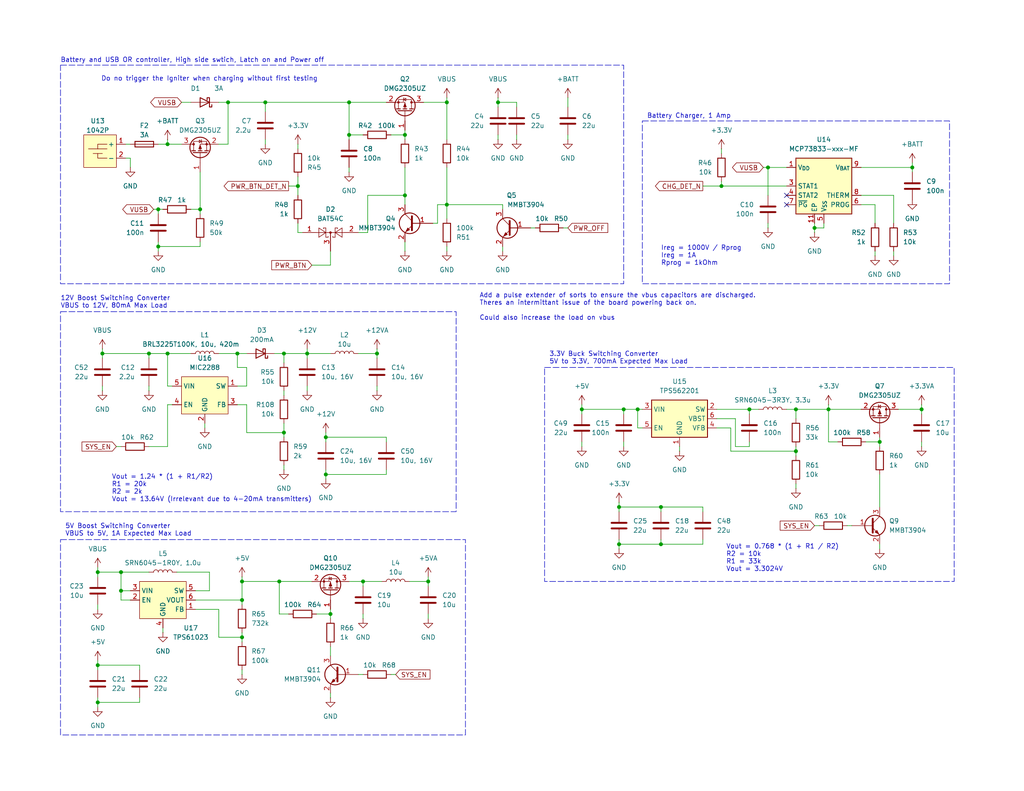
<source format=kicad_sch>
(kicad_sch (version 20231120) (generator "eeschema") (generator_version "8.0")
  (paper "A")
  (title_block (title "Unify") (date "2025-02-26") (rev "1") (company "Rocket Propulsion Group, UNL") (comment 1 "Jack Shaver"))
  (junction (at 66.04 158.75))
  (junction (at 204.47 111.76))
  (junction (at 43.18 57.15))
  (junction (at 240.03 120.65))
  (junction (at 110.49 36.83))
  (junction (at 217.17 123.19))
  (junction (at 226.06 111.76))
  (junction (at 76.2 158.75))
  (junction (at 81.28 50.8))
  (junction (at 248.92 45.72))
  (junction (at 66.04 173.99))
  (junction (at 121.92 27.94))
  (junction (at 33.02 161.29))
  (junction (at 95.25 27.94))
  (junction (at 26.67 191.77))
  (junction (at 170.18 111.76))
  (junction (at 72.39 27.94))
  (junction (at 90.17 167.64))
  (junction (at 83.82 96.52))
  (junction (at 43.18 67.31))
  (junction (at 45.72 96.52))
  (junction (at 180.34 138.43))
  (junction (at 88.9 129.54))
  (junction (at 45.72 39.37))
  (junction (at 33.02 156.21))
  (junction (at 64.77 96.52))
  (junction (at 196.85 50.8))
  (junction (at 209.55 45.72))
  (junction (at 135.89 27.94))
  (junction (at 102.87 96.52))
  (junction (at 88.9 119.38))
  (junction (at 173.99 111.76))
  (junction (at 40.64 96.52))
  (junction (at 66.04 163.83))
  (junction (at 99.06 158.75))
  (junction (at 158.75 111.76))
  (junction (at 116.84 158.75))
  (junction (at 27.94 96.52))
  (junction (at 251.46 111.76))
  (junction (at 110.49 53.34))
  (junction (at 121.92 55.88))
  (junction (at 77.47 96.52))
  (junction (at 54.61 57.15))
  (junction (at 95.25 36.83))
  (junction (at 222.25 62.23))
  (junction (at 168.91 138.43))
  (junction (at 26.67 156.21))
  (junction (at 26.67 181.61))
  (junction (at 62.23 27.94))
  (junction (at 77.47 118.11))
  (junction (at 168.91 148.59))
  (junction (at 180.34 148.59))
  (junction (at 217.17 111.76))
  (no_connect (at 214.63 53.34))
  (no_connect (at 214.63 55.88))
  (wire (pts (xy 67.31 118.11) (xy 67.31 110.49)))
  (wire (pts (xy 110.49 36.83) (xy 110.49 38.1)))
  (wire (pts (xy 144.78 62.23) (xy 146.05 62.23)))
  (wire (pts (xy 77.47 107.95) (xy 77.47 106.68)))
  (wire (pts (xy 137.16 55.88) (xy 121.92 55.88)))
  (wire (pts (xy 195.58 116.84) (xy 199.39 116.84)))
  (wire (pts (xy 121.92 67.31) (xy 121.92 68.58)))
  (wire (pts (xy 196.85 40.64) (xy 196.85 41.91)))
  (wire (pts (xy 236.22 120.65) (xy 240.03 120.65)))
  (wire (pts (xy 116.84 158.75) (xy 116.84 157.48)))
  (wire (pts (xy 43.18 57.15) (xy 43.18 58.42)))
  (wire (pts (xy 226.06 110.49) (xy 226.06 111.76)))
  (wire (pts (xy 116.84 158.75) (xy 116.84 160.02)))
  (wire (pts (xy 95.25 46.99) (xy 95.25 45.72)))
  (wire (pts (xy 226.06 111.76) (xy 234.95 111.76)))
  (wire (pts (xy 100.33 63.5) (xy 97.79 63.5)))
  (wire (pts (xy 106.68 36.83) (xy 110.49 36.83)))
  (wire (pts (xy 26.67 191.77) (xy 38.1 191.77)))
  (wire (pts (xy 67.31 105.41) (xy 67.31 100.33)))
  (wire (pts (xy 66.04 173.99) (xy 66.04 175.26)))
  (wire (pts (xy 238.76 55.88) (xy 234.95 55.88)))
  (wire (pts (xy 66.04 158.75) (xy 76.2 158.75)))
  (wire (pts (xy 137.16 67.31) (xy 137.16 68.58)))
  (wire (pts (xy 209.55 45.72) (xy 214.63 45.72)))
  (wire (pts (xy 240.03 149.86) (xy 240.03 148.59)))
  (wire (pts (xy 52.07 57.15) (xy 54.61 57.15)))
  (wire (pts (xy 158.75 111.76) (xy 158.75 113.03)))
  (wire (pts (xy 95.25 36.83) (xy 95.25 38.1)))
  (wire (pts (xy 99.06 167.64) (xy 99.06 168.91)))
  (wire (pts (xy 72.39 27.94) (xy 95.25 27.94)))
  (wire (pts (xy 195.58 114.3) (xy 200.66 114.3)))
  (wire (pts (xy 119.38 60.96) (xy 118.11 60.96)))
  (wire (pts (xy 83.82 96.52) (xy 83.82 97.79)))
  (wire (pts (xy 33.02 121.92) (xy 31.75 121.92)))
  (wire (pts (xy 67.31 110.49) (xy 64.77 110.49)))
  (wire (pts (xy 248.92 44.45) (xy 248.92 45.72)))
  (wire (pts (xy 66.04 184.15) (xy 66.04 182.88)))
  (wire (pts (xy 243.84 60.96) (xy 243.84 53.34)))
  (wire (pts (xy 83.82 95.25) (xy 83.82 96.52)))
  (wire (pts (xy 154.94 36.83) (xy 154.94 38.1)))
  (wire (pts (xy 173.99 111.76) (xy 173.99 116.84)))
  (wire (pts (xy 191.77 138.43) (xy 180.34 138.43)))
  (wire (pts (xy 76.2 158.75) (xy 85.09 158.75)))
  (wire (pts (xy 99.06 184.15) (xy 97.79 184.15)))
  (wire (pts (xy 77.47 96.52) (xy 77.47 99.06)))
  (wire (pts (xy 78.74 167.64) (xy 76.2 167.64)))
  (wire (pts (xy 99.06 158.75) (xy 104.14 158.75)))
  (wire (pts (xy 54.61 46.99) (xy 54.61 57.15)))
  (wire (pts (xy 78.74 50.8) (xy 81.28 50.8)))
  (wire (pts (xy 27.94 96.52) (xy 27.94 97.79)))
  (wire (pts (xy 121.92 27.94) (xy 121.92 38.1)))
  (wire (pts (xy 45.72 105.41) (xy 46.99 105.41)))
  (wire (pts (xy 238.76 60.96) (xy 238.76 55.88)))
  (wire (pts (xy 38.1 182.88) (xy 38.1 181.61)))
  (wire (pts (xy 77.47 127) (xy 77.47 128.27)))
  (wire (pts (xy 26.67 154.94) (xy 26.67 156.21)))
  (wire (pts (xy 223.52 143.51) (xy 222.25 143.51)))
  (wire (pts (xy 49.53 27.94) (xy 52.07 27.94)))
  (wire (pts (xy 105.41 120.65) (xy 105.41 119.38)))
  (wire (pts (xy 59.69 173.99) (xy 66.04 173.99)))
  (wire (pts (xy 45.72 39.37) (xy 49.53 39.37)))
  (wire (pts (xy 48.26 156.21) (xy 57.15 156.21)))
  (wire (pts (xy 102.87 97.79) (xy 102.87 96.52)))
  (wire (pts (xy 158.75 121.92) (xy 158.75 120.65)))
  (wire (pts (xy 27.94 96.52) (xy 40.64 96.52)))
  (wire (pts (xy 173.99 111.76) (xy 175.26 111.76)))
  (wire (pts (xy 66.04 163.83) (xy 66.04 165.1)))
  (wire (pts (xy 66.04 163.83) (xy 66.04 158.75)))
  (wire (pts (xy 27.94 95.25) (xy 27.94 96.52)))
  (wire (pts (xy 90.17 166.37) (xy 90.17 167.64)))
  (wire (pts (xy 35.56 163.83) (xy 33.02 163.83)))
  (wire (pts (xy 240.03 119.38) (xy 240.03 120.65)))
  (wire (pts (xy 33.02 161.29) (xy 35.56 161.29)))
  (wire (pts (xy 100.33 63.5) (xy 100.33 53.34)))
  (wire (pts (xy 204.47 111.76) (xy 195.58 111.76)))
  (wire (pts (xy 251.46 121.92) (xy 251.46 120.65)))
  (wire (pts (xy 62.23 39.37) (xy 59.69 39.37)))
  (wire (pts (xy 105.41 119.38) (xy 88.9 119.38)))
  (wire (pts (xy 207.01 111.76) (xy 204.47 111.76)))
  (wire (pts (xy 45.72 96.52) (xy 52.07 96.52)))
  (wire (pts (xy 158.75 110.49) (xy 158.75 111.76)))
  (wire (pts (xy 110.49 45.72) (xy 110.49 53.34)))
  (wire (pts (xy 66.04 157.48) (xy 66.04 158.75)))
  (wire (pts (xy 54.61 67.31) (xy 43.18 67.31)))
  (wire (pts (xy 99.06 158.75) (xy 99.06 160.02)))
  (wire (pts (xy 45.72 38.1) (xy 45.72 39.37)))
  (wire (pts (xy 158.75 111.76) (xy 170.18 111.76)))
  (wire (pts (xy 217.17 133.35) (xy 217.17 132.08)))
  (wire (pts (xy 140.97 36.83) (xy 140.97 38.1)))
  (wire (pts (xy 204.47 111.76) (xy 204.47 113.03)))
  (wire (pts (xy 105.41 128.27) (xy 105.41 129.54)))
  (wire (pts (xy 170.18 111.76) (xy 170.18 113.03)))
  (wire (pts (xy 81.28 63.5) (xy 81.28 60.96)))
  (wire (pts (xy 81.28 63.5) (xy 82.55 63.5)))
  (wire (pts (xy 53.34 163.83) (xy 66.04 163.83)))
  (wire (pts (xy 45.72 121.92) (xy 45.72 110.49)))
  (wire (pts (xy 66.04 172.72) (xy 66.04 173.99)))
  (wire (pts (xy 180.34 148.59) (xy 180.34 147.32)))
  (wire (pts (xy 40.64 96.52) (xy 40.64 97.79)))
  (wire (pts (xy 185.42 123.19) (xy 185.42 121.92)))
  (wire (pts (xy 199.39 116.84) (xy 199.39 123.19)))
  (wire (pts (xy 110.49 35.56) (xy 110.49 36.83)))
  (wire (pts (xy 33.02 156.21) (xy 33.02 161.29)))
  (wire (pts (xy 180.34 138.43) (xy 180.34 139.7)))
  (wire (pts (xy 43.18 67.31) (xy 43.18 68.58)))
  (wire (pts (xy 135.89 27.94) (xy 140.97 27.94)))
  (wire (pts (xy 81.28 50.8) (xy 81.28 53.34)))
  (wire (pts (xy 86.36 167.64) (xy 90.17 167.64)))
  (wire (pts (xy 83.82 96.52) (xy 90.17 96.52)))
  (wire (pts (xy 90.17 190.5) (xy 90.17 189.23)))
  (wire (pts (xy 43.18 57.15) (xy 44.45 57.15)))
  (wire (pts (xy 26.67 191.77) (xy 26.67 193.04)))
  (wire (pts (xy 88.9 119.38) (xy 88.9 120.65)))
  (wire (pts (xy 170.18 121.92) (xy 170.18 120.65)))
  (wire (pts (xy 217.17 124.46) (xy 217.17 123.19)))
  (wire (pts (xy 168.91 138.43) (xy 180.34 138.43)))
  (wire (pts (xy 137.16 57.15) (xy 137.16 55.88)))
  (wire (pts (xy 38.1 190.5) (xy 38.1 191.77)))
  (wire (pts (xy 33.02 156.21) (xy 40.64 156.21)))
  (wire (pts (xy 67.31 118.11) (xy 77.47 118.11)))
  (wire (pts (xy 208.28 45.72) (xy 209.55 45.72)))
  (wire (pts (xy 40.64 96.52) (xy 45.72 96.52)))
  (wire (pts (xy 168.91 148.59) (xy 168.91 147.32)))
  (wire (pts (xy 53.34 166.37) (xy 59.69 166.37)))
  (wire (pts (xy 95.25 36.83) (xy 99.06 36.83)))
  (wire (pts (xy 251.46 111.76) (xy 251.46 110.49)))
  (wire (pts (xy 248.92 45.72) (xy 248.92 46.99)))
  (wire (pts (xy 140.97 27.94) (xy 140.97 29.21)))
  (wire (pts (xy 77.47 96.52) (xy 83.82 96.52)))
  (wire (pts (xy 85.09 72.39) (xy 90.17 72.39)))
  (wire (pts (xy 240.03 129.54) (xy 240.03 138.43)))
  (wire (pts (xy 119.38 55.88) (xy 119.38 60.96)))
  (wire (pts (xy 119.38 55.88) (xy 121.92 55.88)))
  (wire (pts (xy 62.23 27.94) (xy 72.39 27.94)))
  (wire (pts (xy 76.2 167.64) (xy 76.2 158.75)))
  (wire (pts (xy 88.9 118.11) (xy 88.9 119.38)))
  (wire (pts (xy 62.23 27.94) (xy 62.23 39.37)))
  (wire (pts (xy 45.72 96.52) (xy 45.72 105.41)))
  (wire (pts (xy 196.85 50.8) (xy 214.63 50.8)))
  (wire (pts (xy 240.03 120.65) (xy 240.03 121.92)))
  (wire (pts (xy 168.91 148.59) (xy 180.34 148.59)))
  (wire (pts (xy 196.85 49.53) (xy 196.85 50.8)))
  (wire (pts (xy 217.17 111.76) (xy 217.17 114.3)))
  (wire (pts (xy 90.17 72.39) (xy 90.17 68.58)))
  (wire (pts (xy 154.94 26.67) (xy 154.94 29.21)))
  (wire (pts (xy 64.77 105.41) (xy 67.31 105.41)))
  (wire (pts (xy 64.77 96.52) (xy 67.31 96.52)))
  (wire (pts (xy 95.25 27.94) (xy 95.25 36.83)))
  (wire (pts (xy 168.91 138.43) (xy 168.91 139.7)))
  (wire (pts (xy 67.31 100.33) (xy 64.77 100.33)))
  (wire (pts (xy 111.76 158.75) (xy 116.84 158.75)))
  (wire (pts (xy 35.56 43.18) (xy 35.56 45.72)))
  (wire (pts (xy 40.64 105.41) (xy 40.64 106.68)))
  (wire (pts (xy 95.25 158.75) (xy 99.06 158.75)))
  (wire (pts (xy 121.92 45.72) (xy 121.92 55.88)))
  (wire (pts (xy 209.55 45.72) (xy 209.55 53.34)))
  (wire (pts (xy 110.49 68.58) (xy 110.49 66.04)))
  (wire (pts (xy 224.79 60.96) (xy 224.79 62.23)))
  (wire (pts (xy 64.77 100.33) (xy 64.77 96.52)))
  (wire (pts (xy 95.25 27.94) (xy 105.41 27.94)))
  (wire (pts (xy 54.61 57.15) (xy 54.61 58.42)))
  (wire (pts (xy 121.92 59.69) (xy 121.92 55.88)))
  (wire (pts (xy 43.18 66.04) (xy 43.18 67.31)))
  (wire (pts (xy 116.84 167.64) (xy 116.84 168.91)))
  (wire (pts (xy 175.26 116.84) (xy 173.99 116.84)))
  (wire (pts (xy 26.67 181.61) (xy 26.67 182.88)))
  (wire (pts (xy 168.91 137.16) (xy 168.91 138.43)))
  (wire (pts (xy 53.34 161.29) (xy 57.15 161.29)))
  (wire (pts (xy 40.64 121.92) (xy 45.72 121.92)))
  (wire (pts (xy 243.84 69.85) (xy 243.84 68.58)))
  (wire (pts (xy 72.39 39.37) (xy 72.39 38.1)))
  (wire (pts (xy 46.99 110.49) (xy 45.72 110.49)))
  (wire (pts (xy 135.89 36.83) (xy 135.89 38.1)))
  (wire (pts (xy 135.89 27.94) (xy 135.89 29.21)))
  (wire (pts (xy 34.29 39.37) (xy 35.56 39.37)))
  (wire (pts (xy 43.18 39.37) (xy 45.72 39.37)))
  (wire (pts (xy 222.25 60.96) (xy 222.25 62.23)))
  (wire (pts (xy 251.46 111.76) (xy 251.46 113.03)))
  (wire (pts (xy 44.45 172.72) (xy 44.45 171.45)))
  (wire (pts (xy 77.47 96.52) (xy 74.93 96.52)))
  (wire (pts (xy 27.94 106.68) (xy 27.94 105.41)))
  (wire (pts (xy 200.66 114.3) (xy 200.66 121.92)))
  (wire (pts (xy 90.17 176.53) (xy 90.17 179.07)))
  (wire (pts (xy 33.02 163.83) (xy 33.02 161.29)))
  (wire (pts (xy 59.69 166.37) (xy 59.69 173.99)))
  (wire (pts (xy 222.25 62.23) (xy 222.25 63.5)))
  (wire (pts (xy 106.68 184.15) (xy 107.95 184.15)))
  (wire (pts (xy 243.84 53.34) (xy 234.95 53.34)))
  (wire (pts (xy 83.82 105.41) (xy 83.82 106.68)))
  (wire (pts (xy 77.47 118.11) (xy 77.47 119.38)))
  (wire (pts (xy 226.06 111.76) (xy 226.06 120.65)))
  (wire (pts (xy 100.33 53.34) (xy 110.49 53.34)))
  (wire (pts (xy 64.77 96.52) (xy 59.69 96.52)))
  (wire (pts (xy 191.77 148.59) (xy 191.77 147.32)))
  (wire (pts (xy 180.34 148.59) (xy 191.77 148.59)))
  (wire (pts (xy 34.29 43.18) (xy 35.56 43.18)))
  (wire (pts (xy 105.41 129.54) (xy 88.9 129.54)))
  (wire (pts (xy 41.91 57.15) (xy 43.18 57.15)))
  (wire (pts (xy 200.66 121.92) (xy 204.47 121.92)))
  (wire (pts (xy 238.76 69.85) (xy 238.76 68.58)))
  (wire (pts (xy 153.67 62.23) (xy 154.94 62.23)))
  (wire (pts (xy 90.17 167.64) (xy 90.17 168.91)))
  (wire (pts (xy 26.67 181.61) (xy 38.1 181.61)))
  (wire (pts (xy 54.61 66.04) (xy 54.61 67.31)))
  (wire (pts (xy 55.88 115.57) (xy 55.88 116.84)))
  (wire (pts (xy 204.47 120.65) (xy 204.47 121.92)))
  (wire (pts (xy 228.6 120.65) (xy 226.06 120.65)))
  (wire (pts (xy 199.39 123.19) (xy 217.17 123.19)))
  (wire (pts (xy 135.89 26.67) (xy 135.89 27.94)))
  (wire (pts (xy 209.55 62.23) (xy 209.55 60.96)))
  (wire (pts (xy 72.39 27.94) (xy 72.39 30.48)))
  (wire (pts (xy 102.87 95.25) (xy 102.87 96.52)))
  (wire (pts (xy 26.67 190.5) (xy 26.67 191.77)))
  (wire (pts (xy 110.49 53.34) (xy 110.49 55.88)))
  (wire (pts (xy 168.91 149.86) (xy 168.91 148.59)))
  (wire (pts (xy 81.28 39.37) (xy 81.28 40.64)))
  (wire (pts (xy 234.95 45.72) (xy 248.92 45.72)))
  (wire (pts (xy 121.92 26.67) (xy 121.92 27.94)))
  (wire (pts (xy 217.17 123.19) (xy 217.17 121.92)))
  (wire (pts (xy 59.69 27.94) (xy 62.23 27.94)))
  (wire (pts (xy 81.28 48.26) (xy 81.28 50.8)))
  (wire (pts (xy 88.9 130.81) (xy 88.9 129.54)))
  (wire (pts (xy 102.87 106.68) (xy 102.87 105.41)))
  (wire (pts (xy 217.17 111.76) (xy 226.06 111.76)))
  (wire (pts (xy 26.67 156.21) (xy 26.67 157.48)))
  (wire (pts (xy 245.11 111.76) (xy 251.46 111.76)))
  (wire (pts (xy 115.57 27.94) (xy 121.92 27.94)))
  (wire (pts (xy 232.41 143.51) (xy 231.14 143.51)))
  (wire (pts (xy 214.63 111.76) (xy 217.17 111.76)))
  (wire (pts (xy 26.67 156.21) (xy 33.02 156.21)))
  (wire (pts (xy 26.67 165.1) (xy 26.67 166.37)))
  (wire (pts (xy 26.67 180.34) (xy 26.67 181.61)))
  (wire (pts (xy 170.18 111.76) (xy 173.99 111.76)))
  (wire (pts (xy 77.47 118.11) (xy 77.47 115.57)))
  (wire (pts (xy 224.79 62.23) (xy 222.25 62.23)))
  (wire (pts (xy 88.9 129.54) (xy 88.9 128.27)))
  (wire (pts (xy 57.15 156.21) (xy 57.15 161.29)))
  (wire (pts (xy 97.79 96.52) (xy 102.87 96.52)))
  (wire (pts (xy 191.77 139.7) (xy 191.77 138.43)))
  (wire (pts (xy 191.77 50.8) (xy 196.85 50.8)))
  (rectangle (start 175.26 33.02) (end 259.08 77.47) (stroke (width 0) (type dash)))
  (rectangle (start 16.51 17.78) (end 170.18 77.47) (stroke (width 0) (type dash)))
  (rectangle (start 148.59 100.33) (end 260.35 158.75) (stroke (width 0) (type dash)))
  (rectangle (start 16.51 85.09) (end 124.46 139.7) (stroke (width 0) (type dash)))
  (rectangle (start 16.51 147.32) (end 127 200.66) (stroke (width 0) (type dash)))
  (text "Add a pulse extender of sorts to ensure the vbus capacitors are discharged.\nTheres an intermittant issue of the board powering back on.\n\nCould also increase the load on vbus" (at 130.81 83.82 0) (effects (font (size 1.27 1.27)) (justify left)))
  (text "5V Boost Switching Converter\nVBUS to 5V, 1A Expected Max Load" (at 17.78 144.78 0) (effects (font (size 1.27 1.27)) (justify left)))
  (text "Vout = 1.24 * (1 + R1/R2)\nR1 = 20k\nR2 = 2k\nVout = 13.64V (Irrelevant due to 4-20mA transmitters)" (at 30.48 133.35 0) (effects (font (size 1.27 1.27)) (justify left)))
  (text "3.3V Buck Switching Converter\n5V to 3.3V, 700mA Expected Max Load\n" (at 149.86 97.79 0) (effects (font (size 1.27 1.27)) (justify left)))
  (text "Battery and USB OR controller, High side swtich, Latch on and Power off" (at 16.51 16.51 0) (effects (font (size 1.27 1.27)) (justify left)))
  (text "Battery Charger, 1 Amp" (at 176.53 31.75 0) (effects (font (size 1.27 1.27)) (justify left)))
  (text "Ireg = 1000V / Rprog\nIreg = 1A\nRprog = 1kOhm" (at 180.34 69.85 0) (effects (font (size 1.27 1.27)) (justify left)))
  (text "Do no trigger the Igniter when charging without first testing" (at 57.15 21.59 0) (effects (font (size 1.27 1.27))))
  (text "Vout = 0.768 * (1 + R1 / R2)\nR2 = 10k\nR1 = 33k\nVout = 3.3024V" (at 198.12 152.4 0) (effects (font (size 1.27 1.27)) (justify left)))
  (text "12V Boost Switching Converter\nVBUS to 12V, 80mA Max Load" (at 16.51 82.55 0) (effects (font (size 1.27 1.27)) (justify left)))
  (global_label "VUSB" (shape bidirectional) (at 49.53 27.94 180) (property "Intersheetrefs" "${INTERSHEET_REFS}" (effects (hide yes))))
  (global_label "CHG_DET_N" (shape output) (at 191.77 50.8 180) (property "Intersheetrefs" "${INTERSHEET_REFS}" (effects (hide yes))))
  (global_label "VUSB" (shape bidirectional) (at 41.91 57.15 180) (property "Intersheetrefs" "${INTERSHEET_REFS}" (effects (hide yes))))
  (global_label "SYS_EN" (shape input) (at 222.25 143.51 180) (property "Intersheetrefs" "${INTERSHEET_REFS}" (effects (hide yes))))
  (global_label "PWR_BTN" (shape input) (at 85.09 72.39 180) (property "Intersheetrefs" "${INTERSHEET_REFS}" (effects (hide yes))))
  (global_label "VUSB" (shape bidirectional) (at 208.28 45.72 180) (property "Intersheetrefs" "${INTERSHEET_REFS}" (effects (hide yes))))
  (global_label "SYS_EN" (shape input) (at 31.75 121.92 180) (property "Intersheetrefs" "${INTERSHEET_REFS}" (effects (hide yes))))
  (global_label "PWR_BTN_DET_N" (shape output) (at 78.74 50.8 180) (property "Intersheetrefs" "${INTERSHEET_REFS}" (effects (hide yes))))
  (global_label "PWR_OFF" (shape input) (at 154.94 62.23 0) (property "Intersheetrefs" "${INTERSHEET_REFS}" (effects (hide yes))))
  (global_label "SYS_EN" (shape input) (at 107.95 184.15 0) (property "Intersheetrefs" "${INTERSHEET_REFS}" (effects (hide yes))))
  (symbol (lib_id "Unify:MIC2288") (at 55.88 99.06 0) (unit 1)
    (property "Reference" "U16" (at 55.88 97.79 0))
    (property "Value" "MIC2288" (at 55.88 100.33 0))
    (property "Footprint" "Package_TO_SOT_SMD:TSOT-23-5" (effects (hide yes)))
    (property "Description" "Boost Converter 1.2A" (effects (hide yes)))
  )
  (symbol (lib_id "Device:C") (at 158.75 116.84 0) (mirror y) (unit 1)
    (property "Reference" "C49" (at 154.94 115.5699 0) (effects (justify left)))
    (property "Value" "22u" (at 154.94 118.1099 0) (effects (justify left)))
    (property "Footprint" "Capacitor_SMD:C_0603_1608Metric" (effects (hide yes)))
    (property "Description" "Unpolarized capacitor" (effects (hide yes)))
  )
  (symbol (lib_id "power:GND") (at 88.9 130.81 0) (unit 1)
    (property "Reference" "#PWR091" (effects (hide yes)))
    (property "Value" "GND" (at 88.9 135.89 0))
    (property "Description" "Power symbol creates a global label with name \"GND\" , ground" (effects (hide yes)))
  )
  (symbol (lib_id "power:GND") (at 116.84 168.91 0) (unit 1)
    (property "Reference" "#PWR086" (effects (hide yes)))
    (property "Value" "GND" (at 116.84 173.99 0))
    (property "Description" "Power symbol creates a global label with name \"GND\" , ground" (effects (hide yes)))
  )
  (symbol (lib_id "power:+5V") (at 66.04 157.48 0) (unit 1)
    (property "Reference" "#PWR0188" (effects (hide yes)))
    (property "Value" "+5V" (at 66.04 152.4 0))
    (property "Description" "Power symbol creates a global label with name \"+5V\"" (effects (hide yes)))
  )
  (symbol (lib_id "power:GND") (at 90.17 190.5 0) (unit 1)
    (property "Reference" "#PWR093" (effects (hide yes)))
    (property "Value" "GND" (at 90.17 195.58 0))
    (property "Description" "Power symbol creates a global label with name \"GND\" , ground" (effects (hide yes)))
  )
  (symbol (lib_id "Device:L") (at 93.98 96.52 90) (unit 1)
    (property "Reference" "L2" (at 93.98 91.44 90))
    (property "Value" "10u" (at 93.98 93.98 90))
    (property "Footprint" "Inductor_SMD:L_0805_2012Metric" (effects (hide yes)))
    (property "Description" "Inductor" (effects (hide yes)))
  )
  (symbol (lib_id "Device:R") (at 243.84 64.77 0) (unit 1)
    (property "Reference" "R53" (at 246.38 63.4999 0) (effects (justify left)))
    (property "Value" "10k" (at 246.38 66.0399 0) (effects (justify left)))
    (property "Footprint" "Resistor_SMD:R_0603_1608Metric" (effects (hide yes)))
    (property "Description" "Resistor" (effects (hide yes)))
  )
  (symbol (lib_id "Device:R") (at 238.76 64.77 0) (mirror y) (unit 1)
    (property "Reference" "R52" (at 236.22 63.4999 0) (effects (justify left)))
    (property "Value" "1k" (at 236.22 66.0399 0) (effects (justify left)))
    (property "Footprint" "Resistor_SMD:R_0603_1608Metric" (effects (hide yes)))
    (property "Description" "Resistor" (effects (hide yes)))
  )
  (symbol (lib_id "Device:R") (at 217.17 118.11 0) (unit 1)
    (property "Reference" "R56" (at 219.71 116.8399 0) (effects (justify left)))
    (property "Value" "33k" (at 219.71 119.3799 0) (effects (justify left)))
    (property "Footprint" "Resistor_SMD:R_0603_1608Metric" (effects (hide yes)))
    (property "Description" "Resistor" (effects (hide yes)))
  )
  (symbol (lib_id "Device:R") (at 121.92 63.5 0) (mirror x) (unit 1)
    (property "Reference" "R51" (at 124.46 64.77 0) (effects (justify left)))
    (property "Value" "100k" (at 124.46 62.23 0) (effects (justify left)))
    (property "Footprint" "Resistor_SMD:R_0603_1608Metric" (effects (hide yes)))
    (property "Description" "Resistor" (effects (hide yes)))
  )
  (symbol (lib_id "Device:C") (at 95.25 41.91 0) (unit 1)
    (property "Reference" "C8" (at 99.06 40.6399 0) (effects (justify left)))
    (property "Value" "100n" (at 99.06 43.1799 0) (effects (justify left)))
    (property "Footprint" "Capacitor_SMD:C_0603_1608Metric" (effects (hide yes)))
    (property "Description" "Unpolarized capacitor" (effects (hide yes)))
  )
  (symbol (lib_id "power:GND") (at 99.06 168.91 0) (unit 1)
    (property "Reference" "#PWR085" (effects (hide yes)))
    (property "Value" "GND" (at 99.06 173.99 0))
    (property "Description" "Power symbol creates a global label with name \"GND\" , ground" (effects (hide yes)))
  )
  (symbol (lib_id "power:GND") (at 26.67 166.37 0) (unit 1)
    (property "Reference" "#PWR089" (effects (hide yes)))
    (property "Value" "GND" (at 26.67 171.45 0))
    (property "Description" "Power symbol creates a global label with name \"GND\" , ground" (effects (hide yes)))
  )
  (symbol (lib_id "Device:R") (at 36.83 121.92 270) (mirror x) (unit 1)
    (property "Reference" "R62" (at 38.1001 119.38 90) (effects (justify left)))
    (property "Value" "10k" (at 33.02 119.38 90) (effects (justify left)))
    (property "Footprint" "Resistor_SMD:R_0603_1608Metric" (effects (hide yes)))
    (property "Description" "Resistor" (effects (hide yes)))
  )
  (symbol (lib_id "Transistor_BJT:MMBT3904") (at 113.03 60.96 0) (mirror y) (unit 1)
    (property "Reference" "Q4" (at 107.95 59.6899 0) (effects (justify left)))
    (property "Value" "MMBT3904" (at 107.95 62.2299 0) (effects (justify left)))
    (property "Footprint" "Package_TO_SOT_SMD:SOT-23" (effects (hide yes)))
    (property "Datasheet" "https://www.onsemi.com/pdf/datasheet/pzt3904-d.pdf" (effects (hide yes)))
    (property "Description" "0.2A Ic, 40V Vce, Small Signal NPN Transistor, SOT-23" (effects (hide yes)))
  )
  (symbol (lib_id "Device:R") (at 232.41 120.65 270) (unit 1)
    (property "Reference" "R58" (at 233.68 118.11 90) (effects (justify left)))
    (property "Value" "100k" (at 227.33 118.11 90) (effects (justify left)))
    (property "Footprint" "Resistor_SMD:R_0603_1608Metric" (effects (hide yes)))
    (property "Description" "Resistor" (effects (hide yes)))
  )
  (symbol (lib_id "Device:R") (at 196.85 45.72 0) (mirror y) (unit 1)
    (property "Reference" "R46" (at 194.31 44.4499 0) (effects (justify left)))
    (property "Value" "10k" (at 194.31 46.9899 0) (effects (justify left)))
    (property "Footprint" "Resistor_SMD:R_0603_1608Metric" (effects (hide yes)))
    (property "Description" "Resistor" (effects (hide yes)))
  )
  (symbol (lib_id "Device:R") (at 90.17 172.72 0) (unit 1)
    (property "Reference" "R66" (at 92.71 171.4499 0) (effects (justify left)))
    (property "Value" "1k" (at 92.71 173.9899 0) (effects (justify left)))
    (property "Footprint" "Resistor_SMD:R_0603_1608Metric" (effects (hide yes)))
    (property "Description" "Resistor" (effects (hide yes)))
  )
  (symbol (lib_id "Device:C") (at 170.18 116.84 0) (mirror y) (unit 1)
    (property "Reference" "C15" (at 166.37 115.5699 0) (effects (justify left)))
    (property "Value" "100n" (at 166.37 118.1099 0) (effects (justify left)))
    (property "Footprint" "Capacitor_SMD:C_0603_1608Metric" (effects (hide yes)))
    (property "Description" "Unpolarized capacitor" (effects (hide yes)))
  )
  (symbol (lib_id "Transistor_FET:DMG2301L") (at 240.03 114.3 270) (mirror x) (unit 1)
    (property "Reference" "Q7" (at 240.03 105.41 90))
    (property "Value" "DMG2305UZ" (at 240.03 107.95 90))
    (property "Footprint" "Package_TO_SOT_SMD:SOT-23" (effects (hide yes)))
    (property "Description" "-4.2A Id, -20V Vds, P-Channel MOSFET, SOT-23" (effects (hide yes)))
  )
  (symbol (lib_id "Device:L") (at 210.82 111.76 90) (unit 1)
    (property "Reference" "L3" (at 210.82 106.68 90))
    (property "Value" "SRN6045-3R3Y, 3.3u" (at 210.82 109.22 90))
    (property "Footprint" "Unify:IND_BOURNS_SRN6045" (effects (hide yes)))
    (property "Description" "Inductor, SRN6045, Bourns" (effects (hide yes)))
  )
  (symbol (lib_id "power:+3.3V") (at 168.91 137.16 0) (unit 1)
    (property "Reference" "#PWR0194" (effects (hide yes)))
    (property "Value" "+3.3V" (at 168.91 132.08 0))
    (property "Description" "Power symbol creates a global label with name \"+3.3V\"" (effects (hide yes)))
  )
  (symbol (lib_id "power:+3.3V") (at 226.06 110.49 0) (unit 1)
    (property "Reference" "#PWR069" (effects (hide yes)))
    (property "Value" "+3.3V" (at 226.06 105.41 0))
    (property "Description" "Power symbol creates a global label with name \"+3.3V\"" (effects (hide yes)))
  )
  (symbol (lib_id "Device:R") (at 121.92 41.91 0) (unit 1)
    (property "Reference" "R44" (at 124.46 40.6399 0) (effects (justify left)))
    (property "Value" "10k" (at 124.46 43.1799 0) (effects (justify left)))
    (property "Footprint" "Resistor_SMD:R_0603_1608Metric" (effects (hide yes)))
    (property "Description" "Resistor" (effects (hide yes)))
  )
  (symbol (lib_id "power:GND") (at 217.17 133.35 0) (mirror y) (unit 1)
    (property "Reference" "#PWR080" (effects (hide yes)))
    (property "Value" "GND" (at 217.17 138.43 0))
    (property "Description" "Power symbol creates a global label with name \"GND\" , ground" (effects (hide yes)))
  )
  (symbol (lib_id "power:+3.3VA") (at 251.46 110.49 0) (unit 1)
    (property "Reference" "#PWR070" (effects (hide yes)))
    (property "Value" "+3.3VA" (at 251.46 105.41 0))
    (property "Description" "Power symbol creates a global label with name \"+3.3VA\"" (effects (hide yes)))
  )
  (symbol (lib_id "Battery_Management:MCP73833-xxx-MF") (at 224.79 50.8 0) (unit 1)
    (property "Reference" "U14" (at 224.79 38.1 0))
    (property "Value" "MCP73833-xxx-MF" (at 224.79 40.64 0))
    (property "Footprint" "Package_DFN_QFN:DFN-10-1EP_3x3mm_P0.5mm_EP1.58x2.35mm" (effects (hide yes)))
    (property "Datasheet" "https://ww1.microchip.com/downloads/aemDocuments/documents/OTH/ProductDocuments/DataSheets/22005b.pdf" (effects (hide yes)))
    (property "Description" "Stand-Alone Linear Li-Ion / Li-Polymer Charge Management Controller, DFN-10" (effects (hide yes)))
  )
  (symbol (lib_id "Device:R") (at 102.87 36.83 90) (mirror x) (unit 1)
    (property "Reference" "R42" (at 101.6 34.29 90) (effects (justify left)))
    (property "Value" "100k" (at 107.95 34.29 90) (effects (justify left)))
    (property "Footprint" "Resistor_SMD:R_0603_1608Metric" (effects (hide yes)))
    (property "Description" "Resistor" (effects (hide yes)))
  )
  (symbol (lib_id "Device:C") (at 154.94 33.02 0) (unit 1)
    (property "Reference" "C6" (at 158.75 31.7499 0) (effects (justify left)))
    (property "Value" "22u" (at 158.75 34.2899 0) (effects (justify left)))
    (property "Footprint" "Capacitor_SMD:C_0603_1608Metric" (effects (hide yes)))
    (property "Description" "Unpolarized capacitor" (effects (hide yes)))
  )
  (symbol (lib_id "Device:R") (at 66.04 168.91 0) (unit 1)
    (property "Reference" "R65" (at 68.58 167.6399 0) (effects (justify left)))
    (property "Value" "732k" (at 68.58 170.1799 0) (effects (justify left)))
    (property "Footprint" "Resistor_SMD:R_0603_1608Metric" (effects (hide yes)))
    (property "Description" "Resistor" (effects (hide yes)))
  )
  (symbol (lib_id "Device:C") (at 27.94 101.6 0) (mirror y) (unit 1)
    (property "Reference" "C52" (at 24.13 100.3299 0) (effects (justify left)))
    (property "Value" "22u" (at 24.13 102.8699 0) (effects (justify left)))
    (property "Footprint" "Capacitor_SMD:C_0603_1608Metric" (effects (hide yes)))
    (property "Description" "Unpolarized capacitor" (effects (hide yes)))
  )
  (symbol (lib_id "Transistor_FET:DMG2301L") (at 110.49 30.48 270) (mirror x) (unit 1)
    (property "Reference" "Q2" (at 110.49 21.59 90))
    (property "Value" "DMG2305UZ" (at 110.49 24.13 90))
    (property "Footprint" "Package_TO_SOT_SMD:SOT-23" (effects (hide yes)))
    (property "Description" "-4.2A Id, -20V Vds, P-Channel MOSFET, SOT-23" (effects (hide yes)))
  )
  (symbol (lib_id "Device:C") (at 72.39 34.29 0) (mirror y) (unit 1)
    (property "Reference" "C7" (at 68.58 33.0199 0) (effects (justify left)))
    (property "Value" "2.2u" (at 68.58 35.5599 0) (effects (justify left)))
    (property "Footprint" "Capacitor_SMD:C_0603_1608Metric" (effects (hide yes)))
    (property "Description" "Unpolarized capacitor" (effects (hide yes)))
  )
  (symbol (lib_id "Unify:TPS61023") (at 43.18 163.83 0) (unit 1)
    (property "Reference" "U17" (at 52.07 171.45 0))
    (property "Value" "TPS61023" (at 52.07 173.99 0))
    (property "Footprint" "Package_TO_SOT_SMD:SOT-563" (effects (hide yes)))
    (property "Description" "Boost Converter 2A" (effects (hide yes)))
  )
  (symbol (lib_id "Device:R") (at 48.26 57.15 90) (mirror x) (unit 1)
    (property "Reference" "R47" (at 46.99 54.61 90) (effects (justify left)))
    (property "Value" "1k" (at 50.8 54.61 90) (effects (justify left)))
    (property "Footprint" "Resistor_SMD:R_0603_1608Metric" (effects (hide yes)))
    (property "Description" "Resistor" (effects (hide yes)))
  )
  (symbol (lib_id "power:GND") (at 43.18 68.58 0) (unit 1)
    (property "Reference" "#PWR060" (effects (hide yes)))
    (property "Value" "GND" (at 43.18 73.66 0))
    (property "Description" "Power symbol creates a global label with name \"GND\" , ground" (effects (hide yes)))
  )
  (symbol (lib_id "Device:C") (at 40.64 101.6 0) (mirror y) (unit 1)
    (property "Reference" "C12" (at 36.83 100.3299 0) (effects (justify left)))
    (property "Value" "2.2u" (at 36.83 102.8699 0) (effects (justify left)))
    (property "Footprint" "Capacitor_SMD:C_0603_1608Metric" (effects (hide yes)))
    (property "Description" "Unpolarized capacitor" (effects (hide yes)))
  )
  (symbol (lib_id "Transistor_FET:DMG2301L") (at 90.17 161.29 270) (mirror x) (unit 1)
    (property "Reference" "Q10" (at 90.17 152.4 90))
    (property "Value" "DMG2305UZ" (at 90.17 154.94 90))
    (property "Footprint" "Package_TO_SOT_SMD:SOT-23" (effects (hide yes)))
    (property "Description" "-4.2A Id, -20V Vds, P-Channel MOSFET, SOT-23" (effects (hide yes)))
  )
  (symbol (lib_id "Regulator_Switching:TPS562200") (at 185.42 114.3 0) (unit 1)
    (property "Reference" "U15" (at 185.42 104.14 0))
    (property "Value" "TPS562201" (at 185.42 106.68 0))
    (property "Footprint" "Package_TO_SOT_SMD:SOT-23-6" (effects (hide yes)))
    (property "Description" "2A Synchronous Step-Down Voltage Regulator, Adjustable Output Voltage, 4.5-17V Input Voltage, SOT-23-6" (effects (hide yes)))
  )
  (symbol (lib_id "Device:R") (at 66.04 179.07 0) (unit 1)
    (property "Reference" "R67" (at 68.58 177.7999 0) (effects (justify left)))
    (property "Value" "100k" (at 68.58 180.3399 0) (effects (justify left)))
    (property "Footprint" "Resistor_SMD:R_0603_1608Metric" (effects (hide yes)))
    (property "Description" "Resistor" (effects (hide yes)))
  )
  (symbol (lib_id "Device:C") (at 83.82 101.6 0) (unit 1)
    (property "Reference" "C13" (at 87.63 100.3299 0) (effects (justify left)))
    (property "Value" "10u, 16V" (at 87.63 102.8699 0) (effects (justify left)))
    (property "Footprint" "Capacitor_SMD:C_0603_1608Metric" (effects (hide yes)))
    (property "Description" "Unpolarized capacitor" (effects (hide yes)))
  )
  (symbol (lib_id "power:+BATT") (at 248.92 44.45 0) (unit 1)
    (property "Reference" "#PWR054" (effects (hide yes)))
    (property "Value" "+BATT" (at 248.92 39.37 0))
    (property "Description" "Power symbol creates a global label with name \"+BATT\"" (effects (hide yes)))
  )
  (symbol (lib_id "power:GND") (at 140.97 38.1 0) (unit 1)
    (property "Reference" "#PWR049" (effects (hide yes)))
    (property "Value" "GND" (at 140.97 43.18 0))
    (property "Description" "Power symbol creates a global label with name \"GND\" , ground" (effects (hide yes)))
  )
  (symbol (lib_id "power:GND") (at 110.49 68.58 0) (unit 1)
    (property "Reference" "#PWR061" (effects (hide yes)))
    (property "Value" "GND" (at 110.49 73.66 0))
    (property "Description" "Power symbol creates a global label with name \"GND\" , ground" (effects (hide yes)))
  )
  (symbol (lib_id "power:GND") (at 185.42 123.19 0) (mirror y) (unit 1)
    (property "Reference" "#PWR076" (effects (hide yes)))
    (property "Value" "GND" (at 185.42 128.27 0))
    (property "Description" "Power symbol creates a global label with name \"GND\" , ground" (effects (hide yes)))
  )
  (symbol (lib_id "power:GND") (at 158.75 121.92 0) (unit 1)
    (property "Reference" "#PWR077" (effects (hide yes)))
    (property "Value" "GND" (at 158.75 127 0))
    (property "Description" "Power symbol creates a global label with name \"GND\" , ground" (effects (hide yes)))
  )
  (symbol (lib_id "Device:R") (at 81.28 44.45 0) (mirror x) (unit 1)
    (property "Reference" "R45" (at 83.82 45.72 0) (effects (justify left)))
    (property "Value" "10k" (at 83.82 43.18 0) (effects (justify left)))
    (property "Footprint" "Resistor_SMD:R_0603_1608Metric" (effects (hide yes)))
    (property "Description" "Resistor" (effects (hide yes)))
  )
  (symbol (lib_id "power:GND") (at 121.92 68.58 0) (unit 1)
    (property "Reference" "#PWR062" (effects (hide yes)))
    (property "Value" "GND" (at 121.92 73.66 0))
    (property "Description" "Power symbol creates a global label with name \"GND\" , ground" (effects (hide yes)))
  )
  (symbol (lib_id "power:+BATT") (at 154.94 26.67 0) (unit 1)
    (property "Reference" "#PWR046" (effects (hide yes)))
    (property "Value" "+BATT" (at 154.94 21.59 0))
    (property "Description" "Power symbol creates a global label with name \"+BATT\"" (effects (hide yes)))
  )
  (symbol (lib_id "power:GND") (at 77.47 128.27 0) (unit 1)
    (property "Reference" "#PWR079" (effects (hide yes)))
    (property "Value" "GND" (at 77.47 133.35 0))
    (property "Description" "Power symbol creates a global label with name \"GND\" , ground" (effects (hide yes)))
  )
  (symbol (lib_id "power:GND") (at 40.64 106.68 0) (unit 1)
    (property "Reference" "#PWR071" (effects (hide yes)))
    (property "Value" "GND" (at 40.64 111.76 0))
    (property "Description" "Power symbol creates a global label with name \"GND\" , ground" (effects (hide yes)))
  )
  (symbol (lib_id "power:+12VA") (at 102.87 95.25 0) (unit 1)
    (property "Reference" "#PWR067" (effects (hide yes)))
    (property "Value" "+12VA" (at 102.87 90.17 0))
    (property "Description" "Power symbol creates a global label with name \"+12VA\"" (effects (hide yes)))
  )
  (symbol (lib_id "Unify:1042P") (at 27.94 40.64 0) (unit 1)
    (property "Reference" "U13" (at 26.67 33.02 0))
    (property "Value" "1042P" (at 26.67 35.56 0))
    (property "Footprint" "Unify:BAT_1042P" (effects (hide yes)))
    (property "Description" "18650 Battery Holder SMT" (effects (hide yes)))
  )
  (symbol (lib_id "Device:L") (at 55.88 96.52 90) (unit 1)
    (property "Reference" "L1" (at 55.88 91.44 90))
    (property "Value" "BRL3225T100K, 10u, 420m" (at 52.07 93.98 90))
    (property "Footprint" "Inductor_SMD:L_1210_3225Metric" (effects (hide yes)))
    (property "Description" "Inductor" (effects (hide yes)))
  )
  (symbol (lib_id "Device:R") (at 77.47 102.87 0) (mirror y) (unit 1)
    (property "Reference" "R55" (at 74.93 101.5999 0) (effects (justify left)))
    (property "Value" "10k" (at 74.93 104.1399 0) (effects (justify left)))
    (property "Footprint" "Resistor_SMD:R_0603_1608Metric" (effects (hide yes)))
    (property "Description" "Resistor" (effects (hide yes)))
  )
  (symbol (lib_id "Device:R") (at 240.03 125.73 0) (unit 1)
    (property "Reference" "R60" (at 242.57 124.4599 0) (effects (justify left)))
    (property "Value" "1k" (at 242.57 126.9999 0) (effects (justify left)))
    (property "Footprint" "Resistor_SMD:R_0603_1608Metric" (effects (hide yes)))
    (property "Description" "Resistor" (effects (hide yes)))
  )
  (symbol (lib_id "Diode:BAT54C") (at 90.17 63.5 0) (unit 1)
    (property "Reference" "D2" (at 90.17 57.15 0))
    (property "Value" "BAT54C" (at 90.17 59.69 0))
    (property "Footprint" "Package_TO_SOT_SMD:SOT-23" (effects (hide yes)))
    (property "Datasheet" "http://www.diodes.com/_files/datasheets/ds11005.pdf" (effects (hide yes)))
    (property "Description" "dual schottky barrier diode, common cathode" (effects (hide yes)))
  )
  (symbol (lib_id "power:VBUS") (at 121.92 26.67 0) (unit 1)
    (property "Reference" "#PWR044" (effects (hide yes)))
    (property "Value" "VBUS" (at 121.92 21.59 0))
    (property "Description" "Power symbol creates a global label with name \"VBUS\"" (effects (hide yes)))
  )
  (symbol (lib_id "Device:D_Schottky") (at 55.88 27.94 180) (unit 1)
    (property "Reference" "D1" (at 53.34 24.13 0))
    (property "Value" "3A" (at 59.69 24.13 0))
    (property "Footprint" "Diode_SMD:D_SMA" (effects (hide yes)))
    (property "Description" "Schottky diode" (effects (hide yes)))
  )
  (symbol (lib_id "Device:C") (at 26.67 186.69 0) (unit 1)
    (property "Reference" "C21" (at 30.48 185.4199 0) (effects (justify left)))
    (property "Value" "22u" (at 30.48 187.9599 0) (effects (justify left)))
    (property "Footprint" "Capacitor_SMD:C_0603_1608Metric" (effects (hide yes)))
    (property "Description" "Unpolarized capacitor" (effects (hide yes)))
  )
  (symbol (lib_id "power:GND") (at 209.55 62.23 0) (unit 1)
    (property "Reference" "#PWR058" (effects (hide yes)))
    (property "Value" "GND" (at 209.55 67.31 0))
    (property "Description" "Power symbol creates a global label with name \"GND\" , ground" (effects (hide yes)))
  )
  (symbol (lib_id "power:GND") (at 66.04 184.15 0) (unit 1)
    (property "Reference" "#PWR092" (effects (hide yes)))
    (property "Value" "GND" (at 66.04 189.23 0))
    (property "Description" "Power symbol creates a global label with name \"GND\" , ground" (effects (hide yes)))
  )
  (symbol (lib_id "Device:R") (at 77.47 111.76 0) (mirror y) (unit 1)
    (property "Reference" "R108" (at 74.93 110.4899 0) (effects (justify left)))
    (property "Value" "10k" (at 74.93 113.0299 0) (effects (justify left)))
    (property "Footprint" "Resistor_SMD:R_0603_1608Metric" (effects (hide yes)))
    (property "Description" "Resistor" (effects (hide yes)))
  )
  (symbol (lib_id "power:+5V") (at 26.67 180.34 0) (unit 1)
    (property "Reference" "#PWR088" (effects (hide yes)))
    (property "Value" "+5V" (at 26.67 175.26 0))
    (property "Description" "Power symbol creates a global label with name \"+5V\"" (effects (hide yes)))
  )
  (symbol (lib_id "Device:C") (at 105.41 124.46 0) (unit 1)
    (property "Reference" "C50" (at 109.22 123.1899 0) (effects (justify left)))
    (property "Value" "10u, 16V" (at 109.22 125.7299 0) (effects (justify left)))
    (property "Footprint" "Capacitor_SMD:C_0603_1608Metric" (effects (hide yes)))
    (property "Description" "Unpolarized capacitor" (effects (hide yes)))
  )
  (symbol (lib_id "power:GND") (at 238.76 69.85 0) (unit 1)
    (property "Reference" "#PWR064" (effects (hide yes)))
    (property "Value" "GND" (at 238.76 74.93 0))
    (property "Description" "Power symbol creates a global label with name \"GND\" , ground" (effects (hide yes)))
  )
  (symbol (lib_id "Device:C") (at 99.06 163.83 0) (unit 1)
    (property "Reference" "C19" (at 102.87 162.5599 0) (effects (justify left)))
    (property "Value" "10u" (at 102.87 165.0999 0) (effects (justify left)))
    (property "Footprint" "Capacitor_SMD:C_0603_1608Metric" (effects (hide yes)))
    (property "Description" "Unpolarized capacitor" (effects (hide yes)))
  )
  (symbol (lib_id "Device:Fuse") (at 39.37 39.37 90) (unit 1)
    (property "Reference" "F2" (at 39.37 34.29 90))
    (property "Value" "3A" (at 39.37 36.83 90))
    (property "Footprint" "Fuse:Fuse_1206_3216Metric" (effects (hide yes)))
    (property "Description" "Fuse" (effects (hide yes)))
  )
  (symbol (lib_id "power:GND") (at 135.89 38.1 0) (unit 1)
    (property "Reference" "#PWR048" (effects (hide yes)))
    (property "Value" "GND" (at 135.89 43.18 0))
    (property "Description" "Power symbol creates a global label with name \"GND\" , ground" (effects (hide yes)))
  )
  (symbol (lib_id "Transistor_BJT:MMBT3904") (at 92.71 184.15 0) (mirror y) (unit 1)
    (property "Reference" "Q11" (at 87.63 182.8799 0) (effects (justify left)))
    (property "Value" "MMBT3904" (at 87.63 185.4199 0) (effects (justify left)))
    (property "Footprint" "Package_TO_SOT_SMD:SOT-23" (effects (hide yes)))
    (property "Datasheet" "https://www.onsemi.com/pdf/datasheet/pzt3904-d.pdf" (effects (hide yes)))
    (property "Description" "0.2A Ic, 40V Vce, Small Signal NPN Transistor, SOT-23" (effects (hide yes)))
  )
  (symbol (lib_id "power:+5VA") (at 116.84 157.48 0) (unit 1)
    (property "Reference" "#PWR083" (effects (hide yes)))
    (property "Value" "+5VA" (at 116.84 152.4 0))
    (property "Description" "Power symbol creates a global label with name \"+5VA\"" (effects (hide yes)))
  )
  (symbol (lib_id "Device:C") (at 38.1 186.69 0) (unit 1)
    (property "Reference" "C22" (at 41.91 185.4199 0) (effects (justify left)))
    (property "Value" "22u" (at 41.91 187.9599 0) (effects (justify left)))
    (property "Footprint" "Capacitor_SMD:C_0603_1608Metric" (effects (hide yes)))
    (property "Description" "Unpolarized capacitor" (effects (hide yes)))
  )
  (symbol (lib_id "Device:R") (at 217.17 128.27 0) (unit 1)
    (property "Reference" "R61" (at 219.71 126.9999 0) (effects (justify left)))
    (property "Value" "10k" (at 219.71 129.5399 0) (effects (justify left)))
    (property "Footprint" "Resistor_SMD:R_0603_1608Metric" (effects (hide yes)))
    (property "Description" "Resistor" (effects (hide yes)))
  )
  (symbol (lib_id "power:GND") (at 55.88 116.84 0) (unit 1)
    (property "Reference" "#PWR078" (effects (hide yes)))
    (property "Value" "GND" (at 55.88 121.92 0))
    (property "Description" "Power symbol creates a global label with name \"GND\" , ground" (effects (hide yes)))
  )
  (symbol (lib_id "Transistor_FET:DMG2301L") (at 54.61 41.91 90) (unit 1)
    (property "Reference" "Q3" (at 54.61 33.02 90))
    (property "Value" "DMG2305UZ" (at 54.61 35.56 90))
    (property "Footprint" "Package_TO_SOT_SMD:SOT-23" (effects (hide yes)))
    (property "Description" "-4.2A Id, -20V Vds, P-Channel MOSFET, SOT-23" (effects (hide yes)))
  )
  (symbol (lib_id "power:GND") (at 248.92 54.61 0) (unit 1)
    (property "Reference" "#PWR057" (effects (hide yes)))
    (property "Value" "GND" (at 248.92 59.69 0))
    (property "Description" "Power symbol creates a global label with name \"GND\" , ground" (effects (hide yes)))
  )
  (symbol (lib_id "power:GND") (at 83.82 106.68 0) (unit 1)
    (property "Reference" "#PWR072" (effects (hide yes)))
    (property "Value" "GND" (at 83.82 111.76 0))
    (property "Description" "Power symbol creates a global label with name \"GND\" , ground" (effects (hide yes)))
  )
  (symbol (lib_id "power:GND") (at 44.45 172.72 0) (unit 1)
    (property "Reference" "#PWR090" (effects (hide yes)))
    (property "Value" "GND" (at 44.45 177.8 0))
    (property "Description" "Power symbol creates a global label with name \"GND\" , ground" (effects (hide yes)))
  )
  (symbol (lib_id "power:GND") (at 137.16 68.58 0) (unit 1)
    (property "Reference" "#PWR063" (effects (hide yes)))
    (property "Value" "GND" (at 137.16 73.66 0))
    (property "Description" "Power symbol creates a global label with name \"GND\" , ground" (effects (hide yes)))
  )
  (symbol (lib_id "power:GND") (at 240.03 149.86 0) (mirror y) (unit 1)
    (property "Reference" "#PWR082" (effects (hide yes)))
    (property "Value" "GND" (at 240.03 154.94 0))
    (property "Description" "Power symbol creates a global label with name \"GND\" , ground" (effects (hide yes)))
  )
  (symbol (lib_id "Device:C") (at 248.92 50.8 0) (unit 1)
    (property "Reference" "C9" (at 252.73 49.5299 0) (effects (justify left)))
    (property "Value" "100n" (at 252.73 52.0699 0) (effects (justify left)))
    (property "Footprint" "Capacitor_SMD:C_0603_1608Metric" (effects (hide yes)))
    (property "Description" "Unpolarized capacitor" (effects (hide yes)))
  )
  (symbol (lib_id "power:VBUS") (at 26.67 154.94 0) (unit 1)
    (property "Reference" "#PWR084" (effects (hide yes)))
    (property "Value" "VBUS" (at 26.67 149.86 0))
    (property "Description" "Power symbol creates a global label with name \"VBUS\"" (effects (hide yes)))
  )
  (symbol (lib_id "power:GND") (at 72.39 39.37 0) (unit 1)
    (property "Reference" "#PWR051" (effects (hide yes)))
    (property "Value" "GND" (at 72.39 44.45 0))
    (property "Description" "Power symbol creates a global label with name \"GND\" , ground" (effects (hide yes)))
  )
  (symbol (lib_id "power:GND") (at 35.56 45.72 0) (unit 1)
    (property "Reference" "#PWR055" (effects (hide yes)))
    (property "Value" "GND" (at 35.56 50.8 0))
    (property "Description" "Power symbol creates a global label with name \"GND\" , ground" (effects (hide yes)))
  )
  (symbol (lib_id "Device:L") (at 44.45 156.21 90) (unit 1)
    (property "Reference" "L5" (at 44.45 151.13 90))
    (property "Value" "SRN6045-1R0Y, 1.0u" (at 44.45 153.67 90))
    (property "Footprint" "Unify:IND_BOURNS_SRN6045" (effects (hide yes)))
    (property "Description" "Inductor, SRN6045, Bourns" (effects (hide yes)))
  )
  (symbol (lib_id "Device:C") (at 191.77 143.51 0) (unit 1)
    (property "Reference" "C48" (at 195.58 142.2399 0) (effects (justify left)))
    (property "Value" "22u" (at 195.58 144.7799 0) (effects (justify left)))
    (property "Footprint" "Capacitor_SMD:C_0603_1608Metric" (effects (hide yes)))
    (property "Description" "Unpolarized capacitor" (effects (hide yes)))
  )
  (symbol (lib_id "Device:C") (at 135.89 33.02 0) (mirror y) (unit 1)
    (property "Reference" "C4" (at 132.08 31.7499 0) (effects (justify left)))
    (property "Value" "22u" (at 132.08 34.2899 0) (effects (justify left)))
    (property "Footprint" "Capacitor_SMD:C_0603_1608Metric" (effects (hide yes)))
    (property "Description" "Unpolarized capacitor" (effects (hide yes)))
  )
  (symbol (lib_id "power:+12V") (at 83.82 95.25 0) (unit 1)
    (property "Reference" "#PWR0190" (effects (hide yes)))
    (property "Value" "+12V" (at 83.82 90.17 0))
    (property "Description" "Power symbol creates a global label with name \"+12V\"" (effects (hide yes)))
  )
  (symbol (lib_id "power:GND") (at 95.25 46.99 0) (unit 1)
    (property "Reference" "#PWR056" (effects (hide yes)))
    (property "Value" "GND" (at 95.25 52.07 0))
    (property "Description" "Power symbol creates a global label with name \"GND\" , ground" (effects (hide yes)))
  )
  (symbol (lib_id "power:+12V") (at 88.9 118.11 0) (unit 1)
    (property "Reference" "#PWR0189" (effects (hide yes)))
    (property "Value" "+12V" (at 88.9 113.03 0))
    (property "Description" "Power symbol creates a global label with name \"+12V\"" (effects (hide yes)))
  )
  (symbol (lib_id "Device:R") (at 81.28 57.15 0) (mirror y) (unit 1)
    (property "Reference" "R48" (at 78.74 55.8799 0) (effects (justify left)))
    (property "Value" "1k" (at 78.74 58.4199 0) (effects (justify left)))
    (property "Footprint" "Resistor_SMD:R_0603_1608Metric" (effects (hide yes)))
    (property "Description" "Resistor" (effects (hide yes)))
  )
  (symbol (lib_id "Device:C") (at 88.9 124.46 0) (unit 1)
    (property "Reference" "C24" (at 92.71 123.1899 0) (effects (justify left)))
    (property "Value" "10u, 16V" (at 92.71 125.7299 0) (effects (justify left)))
    (property "Footprint" "Capacitor_SMD:C_0603_1608Metric" (effects (hide yes)))
    (property "Description" "Unpolarized capacitor" (effects (hide yes)))
  )
  (symbol (lib_id "Device:R") (at 227.33 143.51 90) (unit 1)
    (property "Reference" "R63" (at 226.0599 140.97 90) (effects (justify left)))
    (property "Value" "10k" (at 231.14 140.97 90) (effects (justify left)))
    (property "Footprint" "Resistor_SMD:R_0603_1608Metric" (effects (hide yes)))
    (property "Description" "Resistor" (effects (hide yes)))
  )
  (symbol (lib_id "power:GND") (at 243.84 69.85 0) (unit 1)
    (property "Reference" "#PWR065" (effects (hide yes)))
    (property "Value" "GND" (at 243.84 74.93 0))
    (property "Description" "Power symbol creates a global label with name \"GND\" , ground" (effects (hide yes)))
  )
  (symbol (lib_id "Transistor_BJT:MMBT3904") (at 139.7 62.23 0) (mirror y) (unit 1)
    (property "Reference" "Q5" (at 140.97 53.34 0) (effects (justify left)))
    (property "Value" "MMBT3904" (at 148.59 55.88 0) (effects (justify left)))
    (property "Footprint" "Package_TO_SOT_SMD:SOT-23" (effects (hide yes)))
    (property "Datasheet" "https://www.onsemi.com/pdf/datasheet/pzt3904-d.pdf" (effects (hide yes)))
    (property "Description" "0.2A Ic, 40V Vce, Small Signal NPN Transistor, SOT-23" (effects (hide yes)))
  )
  (symbol (lib_id "Device:C") (at 26.67 161.29 0) (mirror y) (unit 1)
    (property "Reference" "C23" (at 22.86 160.0199 0) (effects (justify left)))
    (property "Value" "10u" (at 22.86 162.5599 0) (effects (justify left)))
    (property "Footprint" "Capacitor_SMD:C_0603_1608Metric" (effects (hide yes)))
    (property "Description" "Unpolarized capacitor" (effects (hide yes)))
  )
  (symbol (lib_id "power:GND") (at 251.46 121.92 0) (mirror y) (unit 1)
    (property "Reference" "#PWR075" (effects (hide yes)))
    (property "Value" "GND" (at 251.46 127 0))
    (property "Description" "Power symbol creates a global label with name \"GND\" , ground" (effects (hide yes)))
  )
  (symbol (lib_id "power:GND") (at 170.18 121.92 0) (unit 1)
    (property "Reference" "#PWR074" (effects (hide yes)))
    (property "Value" "GND" (at 170.18 127 0))
    (property "Description" "Power symbol creates a global label with name \"GND\" , ground" (effects (hide yes)))
  )
  (symbol (lib_id "Device:R") (at 102.87 184.15 270) (mirror x) (unit 1)
    (property "Reference" "R68" (at 104.1401 181.61 90) (effects (justify left)))
    (property "Value" "10k" (at 99.06 181.61 90) (effects (justify left)))
    (property "Footprint" "Resistor_SMD:R_0603_1608Metric" (effects (hide yes)))
    (property "Description" "Resistor" (effects (hide yes)))
  )
  (symbol (lib_id "power:+5V") (at 158.75 110.49 0) (unit 1)
    (property "Reference" "#PWR068" (effects (hide yes)))
    (property "Value" "+5V" (at 158.75 105.41 0))
    (property "Description" "Power symbol creates a global label with name \"+5V\"" (effects (hide yes)))
  )
  (symbol (lib_id "power:GND") (at 154.94 38.1 0) (unit 1)
    (property "Reference" "#PWR050" (effects (hide yes)))
    (property "Value" "GND" (at 154.94 43.18 0))
    (property "Description" "Power symbol creates a global label with name \"GND\" , ground" (effects (hide yes)))
  )
  (symbol (lib_id "power:GND") (at 222.25 63.5 0) (unit 1)
    (property "Reference" "#PWR059" (effects (hide yes)))
    (property "Value" "GND" (at 222.25 68.58 0))
    (property "Description" "Power symbol creates a global label with name \"GND\" , ground" (effects (hide yes)))
  )
  (symbol (lib_id "power:GND") (at 168.91 149.86 0) (mirror y) (unit 1)
    (property "Reference" "#PWR0192" (effects (hide yes)))
    (property "Value" "GND" (at 168.91 154.94 0))
    (property "Description" "Power symbol creates a global label with name \"GND\" , ground" (effects (hide yes)))
  )
  (symbol (lib_id "Device:R") (at 54.61 62.23 0) (unit 1)
    (property "Reference" "R49" (at 57.15 60.9599 0) (effects (justify left)))
    (property "Value" "50k" (at 57.15 63.4999 0) (effects (justify left)))
    (property "Footprint" "Resistor_SMD:R_0603_1608Metric" (effects (hide yes)))
    (property "Description" "Resistor" (effects (hide yes)))
  )
  (symbol (lib_id "Device:C") (at 168.91 143.51 0) (unit 1)
    (property "Reference" "C25" (at 172.72 142.2399 0) (effects (justify left)))
    (property "Value" "22u" (at 172.72 144.7799 0) (effects (justify left)))
    (property "Footprint" "Capacitor_SMD:C_0603_1608Metric" (effects (hide yes)))
    (property "Description" "Unpolarized capacitor" (effects (hide yes)))
  )
  (symbol (lib_id "Device:C") (at 209.55 57.15 0) (mirror y) (unit 1)
    (property "Reference" "C10" (at 205.74 55.8799 0) (effects (justify left)))
    (property "Value" "100n" (at 205.74 58.4199 0) (effects (justify left)))
    (property "Footprint" "Capacitor_SMD:C_0603_1608Metric" (effects (hide yes)))
    (property "Description" "Unpolarized capacitor" (effects (hide yes)))
  )
  (symbol (lib_id "power:+3.3V") (at 81.28 39.37 0) (unit 1)
    (property "Reference" "#PWR052" (effects (hide yes)))
    (property "Value" "+3.3V" (at 81.28 34.29 0))
    (property "Description" "Power symbol creates a global label with name \"+3.3V\"" (effects (hide yes)))
  )
  (symbol (lib_id "power:GND") (at 102.87 106.68 0) (unit 1)
    (property "Reference" "#PWR073" (effects (hide yes)))
    (property "Value" "GND" (at 102.87 111.76 0))
    (property "Description" "Power symbol creates a global label with name \"GND\" , ground" (effects (hide yes)))
  )
  (symbol (lib_id "Device:R") (at 149.86 62.23 270) (mirror x) (unit 1)
    (property "Reference" "R50" (at 151.1301 59.69 90) (effects (justify left)))
    (property "Value" "10k" (at 146.05 59.69 90) (effects (justify left)))
    (property "Footprint" "Resistor_SMD:R_0603_1608Metric" (effects (hide yes)))
    (property "Description" "Resistor" (effects (hide yes)))
  )
  (symbol (lib_id "power:VBUS") (at 135.89 26.67 0) (unit 1)
    (property "Reference" "#PWR045" (effects (hide yes)))
    (property "Value" "VBUS" (at 135.89 21.59 0))
    (property "Description" "Power symbol creates a global label with name \"VBUS\"" (effects (hide yes)))
  )
  (symbol (lib_id "Device:C") (at 140.97 33.02 0) (unit 1)
    (property "Reference" "C5" (at 144.78 31.7499 0) (effects (justify left)))
    (property "Value" "22u" (at 144.78 34.2899 0) (effects (justify left)))
    (property "Footprint" "Capacitor_SMD:C_0603_1608Metric" (effects (hide yes)))
    (property "Description" "Unpolarized capacitor" (effects (hide yes)))
  )
  (symbol (lib_id "Device:C") (at 204.47 116.84 0) (unit 1)
    (property "Reference" "C16" (at 208.28 115.5699 0) (effects (justify left)))
    (property "Value" "100n" (at 208.28 118.1099 0) (effects (justify left)))
    (property "Footprint" "Capacitor_SMD:C_0603_1608Metric" (effects (hide yes)))
    (property "Description" "Unpolarized capacitor" (effects (hide yes)))
  )
  (symbol (lib_id "power:GND") (at 26.67 193.04 0) (unit 1)
    (property "Reference" "#PWR087" (effects (hide yes)))
    (property "Value" "GND" (at 26.67 198.12 0))
    (property "Description" "Power symbol creates a global label with name \"GND\" , ground" (effects (hide yes)))
  )
  (symbol (lib_id "power:VBUS") (at 27.94 95.25 0) (unit 1)
    (property "Reference" "#PWR066" (effects (hide yes)))
    (property "Value" "VBUS" (at 27.94 90.17 0))
    (property "Description" "Power symbol creates a global label with name \"VBUS\"" (effects (hide yes)))
  )
  (symbol (lib_id "Transistor_BJT:MMBT3904") (at 237.49 143.51 0) (unit 1)
    (property "Reference" "Q9" (at 242.57 142.2399 0) (effects (justify left)))
    (property "Value" "MMBT3904" (at 242.57 144.7799 0) (effects (justify left)))
    (property "Footprint" "Package_TO_SOT_SMD:SOT-23" (effects (hide yes)))
    (property "Datasheet" "https://www.onsemi.com/pdf/datasheet/pzt3904-d.pdf" (effects (hide yes)))
    (property "Description" "0.2A Ic, 40V Vce, Small Signal NPN Transistor, SOT-23" (effects (hide yes)))
  )
  (symbol (lib_id "power:+3.3V") (at 196.85 40.64 0) (unit 1)
    (property "Reference" "#PWR053" (effects (hide yes)))
    (property "Value" "+3.3V" (at 196.85 35.56 0))
    (property "Description" "Power symbol creates a global label with name \"+3.3V\"" (effects (hide yes)))
  )
  (symbol (lib_id "Device:R") (at 110.49 41.91 0) (unit 1)
    (property "Reference" "R43" (at 113.03 40.6399 0) (effects (justify left)))
    (property "Value" "1k" (at 113.03 43.1799 0) (effects (justify left)))
    (property "Footprint" "Resistor_SMD:R_0603_1608Metric" (effects (hide yes)))
    (property "Description" "Resistor" (effects (hide yes)))
  )
  (symbol (lib_id "Device:R") (at 77.47 123.19 0) (unit 1)
    (property "Reference" "R59" (at 80.01 121.9199 0) (effects (justify left)))
    (property "Value" "2k" (at 80.01 124.4599 0) (effects (justify left)))
    (property "Footprint" "Resistor_SMD:R_0603_1608Metric" (effects (hide yes)))
    (property "Description" "Resistor" (effects (hide yes)))
  )
  (symbol (lib_id "Device:C") (at 251.46 116.84 0) (unit 1)
    (property "Reference" "C17" (at 255.27 115.5699 0) (effects (justify left)))
    (property "Value" "10u" (at 255.27 118.1099 0) (effects (justify left)))
    (property "Footprint" "Capacitor_SMD:C_0603_1608Metric" (effects (hide yes)))
    (property "Description" "Unpolarized capacitor" (effects (hide yes)))
  )
  (symbol (lib_id "Device:C") (at 102.87 101.6 0) (unit 1)
    (property "Reference" "C14" (at 106.68 100.3299 0) (effects (justify left)))
    (property "Value" "10u, 16V" (at 106.68 102.8699 0) (effects (justify left)))
    (property "Footprint" "Capacitor_SMD:C_0603_1608Metric" (effects (hide yes)))
    (property "Description" "Unpolarized capacitor" (effects (hide yes)))
  )
  (symbol (lib_id "Device:R") (at 82.55 167.64 270) (unit 1)
    (property "Reference" "R64" (at 83.82 165.1 90) (effects (justify left)))
    (property "Value" "100k" (at 77.47 165.1 90) (effects (justify left)))
    (property "Footprint" "Resistor_SMD:R_0603_1608Metric" (effects (hide yes)))
    (property "Description" "Resistor" (effects (hide yes)))
  )
  (symbol (lib_id "Device:C") (at 116.84 163.83 0) (unit 1)
    (property "Reference" "C20" (at 120.65 162.5599 0) (effects (justify left)))
    (property "Value" "10u" (at 120.65 165.0999 0) (effects (justify left)))
    (property "Footprint" "Capacitor_SMD:C_0603_1608Metric" (effects (hide yes)))
    (property "Description" "Unpolarized capacitor" (effects (hide yes)))
  )
  (symbol (lib_id "Device:D_Schottky") (at 71.12 96.52 180) (unit 1)
    (property "Reference" "D3" (at 71.4375 90.17 0))
    (property "Value" "200mA" (at 71.4375 92.71 0))
    (property "Footprint" "Diode_SMD:D_SOD-323" (effects (hide yes)))
    (property "Description" "Schottky diode" (effects (hide yes)))
  )
  (symbol (lib_id "Device:C") (at 43.18 62.23 0) (mirror y) (unit 1)
    (property "Reference" "C11" (at 39.37 60.9599 0) (effects (justify left)))
    (property "Value" "100n" (at 39.37 63.4999 0) (effects (justify left)))
    (property "Footprint" "Capacitor_SMD:C_0603_1608Metric" (effects (hide yes)))
    (property "Description" "Unpolarized capacitor" (effects (hide yes)))
  )
  (symbol (lib_id "Device:L") (at 107.95 158.75 90) (unit 1)
    (property "Reference" "L4" (at 107.95 153.67 90))
    (property "Value" "10u" (at 107.95 156.21 90))
    (property "Footprint" "Inductor_SMD:L_0805_2012Metric" (effects (hide yes)))
    (property "Description" "Inductor" (effects (hide yes)))
  )
  (symbol (lib_id "power:+BATT") (at 45.72 38.1 0) (unit 1)
    (property "Reference" "#PWR047" (effects (hide yes)))
    (property "Value" "+BATT" (at 45.72 33.02 0))
    (property "Description" "Power symbol creates a global label with name \"+BATT\"" (effects (hide yes)))
  )
  (symbol (lib_id "Device:C") (at 180.34 143.51 0) (unit 1)
    (property "Reference" "C18" (at 184.15 142.2399 0) (effects (justify left)))
    (property "Value" "22u" (at 184.15 144.7799 0) (effects (justify left)))
    (property "Footprint" "Capacitor_SMD:C_0603_1608Metric" (effects (hide yes)))
    (property "Description" "Unpolarized capacitor" (effects (hide yes)))
  )
  (symbol (lib_id "power:GND") (at 27.94 106.68 0) (unit 1)
    (property "Reference" "#PWR0193" (effects (hide yes)))
    (property "Value" "GND" (at 27.94 111.76 0))
    (property "Description" "Power symbol creates a global label with name \"GND\" , ground" (effects (hide yes)))
  )
)
</source>
